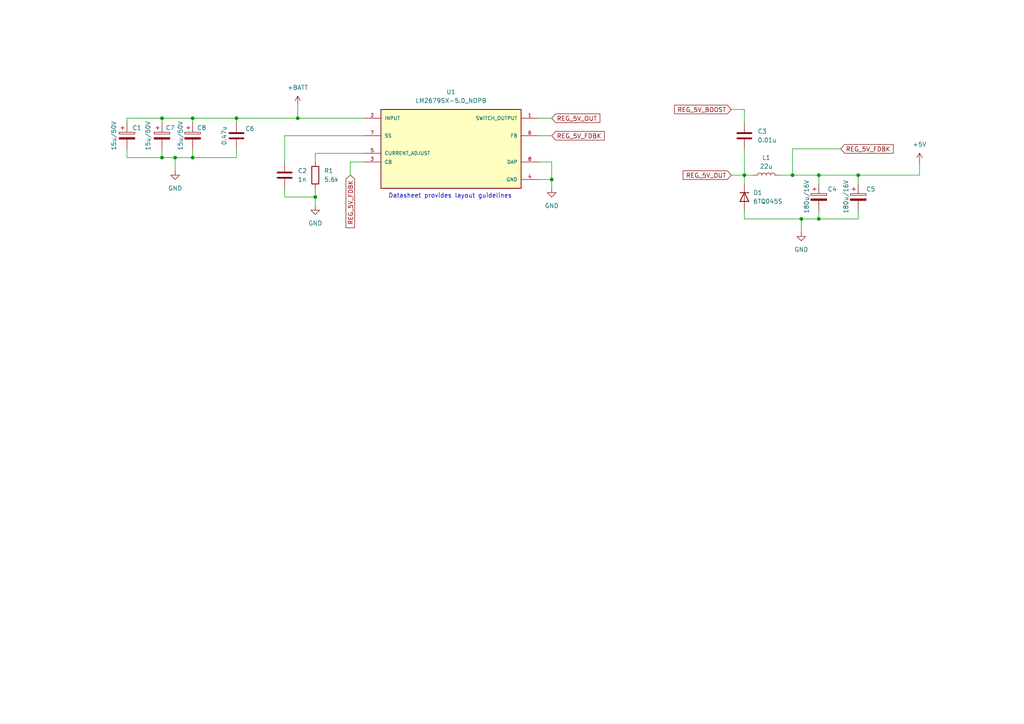
<source format=kicad_sch>
(kicad_sch (version 20231120) (generator "eeschema") (generator_version "8.0")
  (paper "A4")
  (lib_symbols
    (symbol "Device:C" (pin_numbers hide) (pin_names (offset 0.254))
      (property "Reference" "C" (at 0.635 2.54 0))
      (property "Value" "C" (at 0.635 -2.54 0))
      (symbol "C_0_1"
        (polyline (pts (xy -2.032 -0.762) (xy 2.032 -0.762)) (stroke (width 0.508)))
        (polyline (pts (xy -2.032 0.762) (xy 2.032 0.762)) (stroke (width 0.508)))
      )
      (symbol "C_1_1"
        (pin passive line (at 0 3.81 270) (length 2.794) (name "~") (number "1"))
        (pin passive line (at 0 -3.81 90) (length 2.794) (name "~") (number "2"))
      )
    )
    (symbol "Device:C_Polarized" (pin_numbers hide) (pin_names (offset 0.254))
      (property "Reference" "C" (at 0.635 2.54 0))
      (property "Value" "C_Polarized" (at 0.635 -2.54 0))
      (symbol "C_Polarized_0_1"
        (rectangle (start -2.286 0.508) (end 2.286 1.016))
        (polyline (pts (xy -1.778 2.286) (xy -0.762 2.286)))
        (polyline (pts (xy -1.27 2.794) (xy -1.27 1.778)))
        (rectangle (start 2.286 -0.508) (end -2.286 -1.016) (fill (type outline)))
      )
      (symbol "C_Polarized_1_1"
        (pin passive line (at 0 3.81 270) (length 2.794) (name "~") (number "1"))
        (pin passive line (at 0 -3.81 90) (length 2.794) (name "~") (number "2"))
      )
    )
    (symbol "Device:D" (pin_numbers hide) (pin_names (offset 1.016) hide)
      (property "Reference" "D" (at 0 2.54 0))
      (property "Value" "D" (at 0 -2.54 0))
      (symbol "D_0_1"
        (polyline (pts (xy -1.27 1.27) (xy -1.27 -1.27)) (stroke (width 0.254)))
        (polyline (pts (xy 1.27 0) (xy -1.27 0)))
        (polyline (pts (xy 1.27 1.27) (xy 1.27 -1.27) (xy -1.27 0) (xy 1.27 1.27)) (stroke (width 0.254)))
      )
      (symbol "D_1_1"
        (pin passive line (at -3.81 0 0) (length 2.54) (name "K") (number "1"))
        (pin passive line (at 3.81 0 180) (length 2.54) (name "A") (number "2"))
      )
    )
    (symbol "Device:L" (pin_numbers hide) (pin_names (offset 1.016) hide)
      (property "Reference" "L" (at -1.27 0 90))
      (property "Value" "L" (at 1.905 0 90))
      (symbol "L_0_1"
        (arc (start 0 -2.54) (mid 0.6323 -1.905) (end 0 -1.27))
        (arc (start 0 -1.27) (mid 0.6323 -0.635) (end 0 0))
        (arc (start 0 0) (mid 0.6323 0.635) (end 0 1.27))
        (arc (start 0 1.27) (mid 0.6323 1.905) (end 0 2.54))
      )
      (symbol "L_1_1"
        (pin passive line (at 0 3.81 270) (length 1.27) (name "1") (number "1"))
        (pin passive line (at 0 -3.81 90) (length 1.27) (name "2") (number "2"))
      )
    )
    (symbol "Device:R" (pin_numbers hide) (pin_names (offset 0))
      (property "Reference" "R" (at 2.032 0 90))
      (property "Value" "R" (at 0 0 90))
      (symbol "R_0_1"
        (rectangle (start -1.016 -2.54) (end 1.016 2.54) (stroke (width 0.254)))
      )
      (symbol "R_1_1"
        (pin passive line (at 0 3.81 270) (length 1.27) (name "~") (number "1"))
        (pin passive line (at 0 -3.81 90) (length 1.27) (name "~") (number "2"))
      )
    )
    (symbol "JBennett:LM2679SX-5.0_NOPB" (pin_names (offset 1.016))
      (property "Reference" "U" (at -20.32 11.43 0))
      (property "Value" "LM2679SX-5.0_NOPB" (at -20.32 -16.51 0))
      (symbol "LM2679SX-5.0_NOPB_0_0"
        (rectangle (start -20.32 -12.7) (end 20.32 10.16) (stroke (width 0.254)) (fill (type background)))
        (pin output line (at 25.4 7.62 180) (length 5.08) (name "SWITCH_OUTPUT") (number "1"))
        (pin input line (at -25.4 7.62 0) (length 5.08) (name "INPUT") (number "2"))
        (pin input line (at -25.4 -5.08 0) (length 5.08) (name "CB") (number "3"))
        (pin power_in line (at 25.4 -10.16 180) (length 5.08) (name "GND") (number "4"))
        (pin input line (at -25.4 -2.54 0) (length 5.08) (name "CURRENT_ADJUST") (number "5"))
        (pin input line (at 25.4 2.54 180) (length 5.08) (name "FB") (number "6"))
        (pin input line (at -25.4 2.54 0) (length 5.08) (name "SS") (number "7"))
        (pin power_in line (at 25.4 -5.08 180) (length 5.08) (name "DAP") (number "8"))
      )
    )
    (symbol "power:+5V" (power) (pin_numbers hide) (pin_names (offset 0) hide)
      (property "Value" "+5V" (at 0 3.556 0))
      (symbol "+5V_0_1"
        (polyline (pts (xy -0.762 1.27) (xy 0 2.54)))
        (polyline (pts (xy 0 0) (xy 0 2.54)))
        (polyline (pts (xy 0 2.54) (xy 0.762 1.27)))
      )
      (symbol "+5V_1_1"
        (pin power_in line (at 0 0 90) (length 0) (name "~") (number "1"))
      )
    )
    (symbol "power:+BATT" (power) (pin_numbers hide) (pin_names (offset 0) hide)
      (property "Value" "+BATT" (at 0 3.556 0))
      (symbol "+BATT_0_1"
        (polyline (pts (xy -0.762 1.27) (xy 0 2.54)))
        (polyline (pts (xy 0 0) (xy 0 2.54)))
        (polyline (pts (xy 0 2.54) (xy 0.762 1.27)))
      )
      (symbol "+BATT_1_1"
        (pin power_in line (at 0 0 90) (length 0) (name "~") (number "1"))
      )
    )
    (symbol "power:GND" (power) (pin_numbers hide) (pin_names (offset 0) hide)
      (property "Value" "GND" (at 0 -3.81 0))
      (symbol "GND_0_1"
        (polyline (pts (xy 0 0) (xy 0 -1.27) (xy 1.27 -1.27) (xy 0 -2.54) (xy -1.27 -1.27) (xy 0 -1.27)))
      )
      (symbol "GND_1_1"
        (pin power_in line (at 0 0 270) (length 0) (name "~") (number "1"))
      )
    )
  )
  (junction (at 237.49 63.5))
  (junction (at 248.92 50.8))
  (junction (at 232.41 63.5))
  (junction (at 229.87 50.8))
  (junction (at 237.49 50.8))
  (junction (at 160.02 52.07))
  (junction (at 91.44 57.15))
  (junction (at 55.88 45.72))
  (junction (at 50.8 45.72))
  (junction (at 215.9 50.8))
  (junction (at 68.58 34.29))
  (junction (at 46.99 45.72))
  (junction (at 86.36 34.29))
  (junction (at 55.88 34.29))
  (junction (at 46.99 34.29))
  (wire (pts (xy 91.44 57.15) (xy 91.44 54.61)))
  (wire (pts (xy 46.99 34.29) (xy 46.99 35.56)))
  (wire (pts (xy 82.55 54.61) (xy 82.55 57.15)))
  (wire (pts (xy 160.02 52.07) (xy 160.02 54.61)))
  (wire (pts (xy 215.9 63.5) (xy 232.41 63.5)))
  (wire (pts (xy 232.41 63.5) (xy 237.49 63.5)))
  (wire (pts (xy 86.36 30.48) (xy 86.36 34.29)))
  (wire (pts (xy 55.88 45.72) (xy 55.88 43.18)))
  (wire (pts (xy 46.99 45.72) (xy 50.8 45.72)))
  (wire (pts (xy 46.99 45.72) (xy 46.99 43.18)))
  (wire (pts (xy 36.83 45.72) (xy 46.99 45.72)))
  (wire (pts (xy 215.9 50.8) (xy 215.9 53.34)))
  (wire (pts (xy 36.83 34.29) (xy 36.83 35.56)))
  (wire (pts (xy 160.02 46.99) (xy 160.02 52.07)))
  (wire (pts (xy 91.44 46.99) (xy 91.44 44.45)))
  (wire (pts (xy 101.6 46.99) (xy 105.41 46.99)))
  (wire (pts (xy 91.44 57.15) (xy 91.44 59.69)))
  (wire (pts (xy 50.8 45.72) (xy 55.88 45.72)))
  (wire (pts (xy 36.83 43.18) (xy 36.83 45.72)))
  (wire (pts (xy 237.49 50.8) (xy 237.49 53.34)))
  (wire (pts (xy 82.55 46.99) (xy 82.55 39.37)))
  (wire (pts (xy 101.6 50.8) (xy 101.6 46.99)))
  (wire (pts (xy 212.09 31.75) (xy 215.9 31.75)))
  (wire (pts (xy 229.87 43.18) (xy 243.84 43.18)))
  (wire (pts (xy 156.21 34.29) (xy 160.02 34.29)))
  (wire (pts (xy 266.7 50.8) (xy 248.92 50.8)))
  (wire (pts (xy 232.41 63.5) (xy 232.41 67.31)))
  (wire (pts (xy 82.55 57.15) (xy 91.44 57.15)))
  (wire (pts (xy 266.7 46.99) (xy 266.7 50.8)))
  (wire (pts (xy 46.99 34.29) (xy 36.83 34.29)))
  (wire (pts (xy 55.88 45.72) (xy 68.58 45.72)))
  (wire (pts (xy 237.49 63.5) (xy 248.92 63.5)))
  (wire (pts (xy 229.87 50.8) (xy 237.49 50.8)))
  (wire (pts (xy 226.06 50.8) (xy 229.87 50.8)))
  (wire (pts (xy 86.36 34.29) (xy 105.41 34.29)))
  (wire (pts (xy 55.88 34.29) (xy 46.99 34.29)))
  (wire (pts (xy 68.58 34.29) (xy 86.36 34.29)))
  (wire (pts (xy 156.21 46.99) (xy 160.02 46.99)))
  (wire (pts (xy 91.44 44.45) (xy 105.41 44.45)))
  (wire (pts (xy 215.9 43.18) (xy 215.9 50.8)))
  (wire (pts (xy 237.49 63.5) (xy 237.49 60.96)))
  (wire (pts (xy 55.88 34.29) (xy 55.88 35.56)))
  (wire (pts (xy 68.58 34.29) (xy 68.58 35.56)))
  (wire (pts (xy 156.21 52.07) (xy 160.02 52.07)))
  (wire (pts (xy 50.8 45.72) (xy 50.8 49.53)))
  (wire (pts (xy 68.58 45.72) (xy 68.58 43.18)))
  (wire (pts (xy 212.09 50.8) (xy 215.9 50.8)))
  (wire (pts (xy 229.87 50.8) (xy 229.87 43.18)))
  (wire (pts (xy 248.92 63.5) (xy 248.92 60.96)))
  (wire (pts (xy 248.92 50.8) (xy 248.92 53.34)))
  (wire (pts (xy 82.55 39.37) (xy 105.41 39.37)))
  (wire (pts (xy 68.58 34.29) (xy 55.88 34.29)))
  (wire (pts (xy 237.49 50.8) (xy 248.92 50.8)))
  (wire (pts (xy 215.9 50.8) (xy 218.44 50.8)))
  (wire (pts (xy 156.21 39.37) (xy 160.02 39.37)))
  (wire (pts (xy 215.9 60.96) (xy 215.9 63.5)))
  (wire (pts (xy 215.9 31.75) (xy 215.9 35.56)))
  (text "Datasheet provides layout guidelines" (at 130.556 56.896 0) (effects (font (size 1.27 1.27))))
  (global_label "REG_5V_FDBK" (shape input) (at 243.84 43.18 0) (property "Intersheetrefs" "${INTERSHEET_REFS}" (effects (hide yes))))
  (global_label "REG_5V_BOOST" (shape input) (at 212.09 31.75 180) (property "Intersheetrefs" "${INTERSHEET_REFS}" (effects (hide yes))))
  (global_label "REG_5V_OUT" (shape input) (at 160.02 34.29 0) (property "Intersheetrefs" "${INTERSHEET_REFS}" (effects (hide yes))))
  (global_label "REG_5V_FDBK" (shape input) (at 160.02 39.37 0) (property "Intersheetrefs" "${INTERSHEET_REFS}" (effects (hide yes))))
  (global_label "REG_5V_OUT" (shape input) (at 212.09 50.8 180) (property "Intersheetrefs" "${INTERSHEET_REFS}" (effects (hide yes))))
  (global_label "REG_5V_FDBK" (shape input) (at 101.6 50.8 270) (property "Intersheetrefs" "${INTERSHEET_REFS}" (effects (hide yes))))
  (symbol (lib_id "power:GND") (at 160.02 54.61 0) (unit 1)
    (property "Reference" "#PWR07" (effects (hide yes)))
    (property "Value" "GND" (at 160.02 59.69 0))
    (property "Description" "Power symbol creates a global label with name \"GND\" , ground" (effects (hide yes)))
  )
  (symbol (lib_id "Device:C_Polarized") (at 36.83 39.37 0) (unit 1)
    (property "Reference" "C1" (at 38.354 37.084 0) (effects (justify left)))
    (property "Value" "15u/50V" (at 33.02 43.688 90) (effects (justify left)))
    (property "Description" "Polarized capacitor" (effects (hide yes)))
  )
  (symbol (lib_id "Device:R") (at 91.44 50.8 0) (unit 1)
    (property "Reference" "R1" (at 93.98 49.5299 0) (effects (justify left)))
    (property "Value" "5.6k" (at 93.98 52.0699 0) (effects (justify left)))
    (property "Footprint" "Resistor_SMD:R_0402_1005Metric_Pad0.72x0.64mm_HandSolder" (effects (hide yes)))
    (property "Description" "Resistor" (effects (hide yes)))
  )
  (symbol (lib_id "Device:C_Polarized") (at 248.92 57.15 0) (unit 1)
    (property "Reference" "C5" (at 251.206 54.864 0) (effects (justify left)))
    (property "Value" "180u/16V" (at 245.364 61.976 90) (effects (justify left)))
    (property "Description" "Polarized capacitor" (effects (hide yes)))
  )
  (symbol (lib_id "JBennett:LM2679SX-5.0_NOPB") (at 130.81 41.91 0) (unit 1)
    (property "Reference" "U1" (at 130.81 26.67 0))
    (property "Value" "LM2679SX-5.0_NOPB" (at 130.81 29.21 0))
    (property "Footprint" "JBennett:VREG_LM2679SX-5.0_NOPB" (effects (hide yes)))
    (property "Datasheet" "https://www.ti.com/lit/ds/symlink/lm2679.pdf?ts=1717917603043" (effects (hide yes)))
    (property "Description" "LM2679 SIMPLE SWITCHER® 5-A Step-Down Voltage Regulator With Adjustable Current Limit" (effects (hide yes)))
    (property "MF" "Texas Instruments" (effects (hide yes)))
    (property "Description_1" "SIMPLE SWITCHER® 8V to 40V, 5A Step-Down DC/DC Switching Regulator with Adjustable Current Limit" (effects (hide yes)))
    (property "Package" "TO-263-7 Texas Instruments" (effects (hide yes)))
    (property "Price" "None" (effects (hide yes)))
    (property "MP" "LM2679SX-12/NOPB" (effects (hide yes)))
    (property "Availability" "In Stock" (effects (hide yes)))
    (property "Purchase-URL" "https://pricing.snapeda.com/search/part/LM2679SX-12/NOPB/?ref=eda" (effects (hide yes)))
  )
  (symbol (lib_id "power:+5V") (at 266.7 46.99 0) (unit 1)
    (property "Reference" "#PWR08" (effects (hide yes)))
    (property "Value" "+5V" (at 266.7 41.91 0))
    (property "Description" "Power symbol creates a global label with name \"+5V\"" (effects (hide yes)))
  )
  (symbol (lib_id "power:GND") (at 50.8 49.53 0) (unit 1)
    (property "Reference" "#PWR05" (effects (hide yes)))
    (property "Value" "GND" (at 50.8 54.61 0))
    (property "Description" "Power symbol creates a global label with name \"GND\" , ground" (effects (hide yes)))
  )
  (symbol (lib_id "power:GND") (at 91.44 59.69 0) (unit 1)
    (property "Reference" "#PWR06" (effects (hide yes)))
    (property "Value" "GND" (at 91.44 64.77 0))
    (property "Description" "Power symbol creates a global label with name \"GND\" , ground" (effects (hide yes)))
  )
  (symbol (lib_id "Device:C") (at 215.9 39.37 0) (unit 1)
    (property "Reference" "C3" (at 219.71 38.0999 0) (effects (justify left)))
    (property "Value" "0.01u" (at 219.71 40.6399 0) (effects (justify left)))
    (property "Footprint" "Capacitor_SMD:C_0402_1005Metric_Pad0.74x0.62mm_HandSolder" (effects (hide yes)))
    (property "Description" "Unpolarized capacitor" (effects (hide yes)))
  )
  (symbol (lib_id "Device:C") (at 68.58 39.37 0) (unit 1)
    (property "Reference" "C6" (at 71.12 37.338 0) (effects (justify left)))
    (property "Value" "0.47u" (at 65.024 42.164 90) (effects (justify left)))
    (property "Footprint" "Capacitor_SMD:C_0402_1005Metric_Pad0.74x0.62mm_HandSolder" (effects (hide yes)))
    (property "Description" "Unpolarized capacitor" (effects (hide yes)))
  )
  (symbol (lib_id "Device:C_Polarized") (at 46.99 39.37 0) (unit 1)
    (property "Reference" "C7" (at 48.006 37.084 0) (effects (justify left)))
    (property "Value" "15u/50V" (at 42.926 43.688 90) (effects (justify left)))
    (property "Description" "Polarized capacitor" (effects (hide yes)))
  )
  (symbol (lib_id "Device:L") (at 222.25 50.8 90) (unit 1)
    (property "Reference" "L1" (at 222.25 45.72 90))
    (property "Value" "22u" (at 222.25 48.26 90))
    (property "Footprint" "Inductor_SMD:L_0805_2012Metric" (effects (hide yes)))
    (property "Description" "Inductor" (effects (hide yes)))
  )
  (symbol (lib_id "power:GND") (at 232.41 67.31 0) (unit 1)
    (property "Reference" "#PWR04" (effects (hide yes)))
    (property "Value" "GND" (at 232.41 72.39 0))
    (property "Description" "Power symbol creates a global label with name \"GND\" , ground" (effects (hide yes)))
  )
  (symbol (lib_id "power:+BATT") (at 86.36 30.48 0) (unit 1)
    (property "Reference" "#PWR03" (effects (hide yes)))
    (property "Value" "+BATT" (at 86.36 25.4 0))
    (property "Description" "Power symbol creates a global label with name \"+BATT\"" (effects (hide yes)))
  )
  (symbol (lib_id "Device:C") (at 82.55 50.8 0) (unit 1)
    (property "Reference" "C2" (at 86.36 49.5299 0) (effects (justify left)))
    (property "Value" "1n" (at 86.36 52.0699 0) (effects (justify left)))
    (property "Footprint" "Capacitor_SMD:C_0402_1005Metric_Pad0.74x0.62mm_HandSolder" (effects (hide yes)))
    (property "Description" "Unpolarized capacitor" (effects (hide yes)))
  )
  (symbol (lib_id "Device:D") (at 215.9 57.15 270) (unit 1)
    (property "Reference" "D1" (at 218.44 55.8799 90) (effects (justify left)))
    (property "Value" "6TQ045S" (at 218.44 58.4199 90) (effects (justify left)))
    (property "Footprint" "Package_TO_SOT_SMD:TO-263-2" (effects (hide yes)))
    (property "Datasheet" "https://www.vishay.com/docs/94945/vs-6tqs-m3.pdf" (effects (hide yes)))
    (property "Description" "Diode" (effects (hide yes)))
    (property "Sim.Device" "D" (effects (hide yes)))
    (property "Sim.Pins" "1=K 2=A" (effects (hide yes)))
  )
  (symbol (lib_id "Device:C_Polarized") (at 237.49 57.15 0) (unit 1)
    (property "Reference" "C4" (at 240.03 54.864 0) (effects (justify left)))
    (property "Value" "180u/16V" (at 233.934 61.976 90) (effects (justify left)))
    (property "Description" "Polarized capacitor" (effects (hide yes)))
  )
  (symbol (lib_id "Device:C_Polarized") (at 55.88 39.37 0) (unit 1)
    (property "Reference" "C8" (at 57.15 37.084 0) (effects (justify left)))
    (property "Value" "15u/50V" (at 52.324 43.688 90) (effects (justify left)))
    (property "Description" "Polarized capacitor" (effects (hide yes)))
  )
)
</source>
